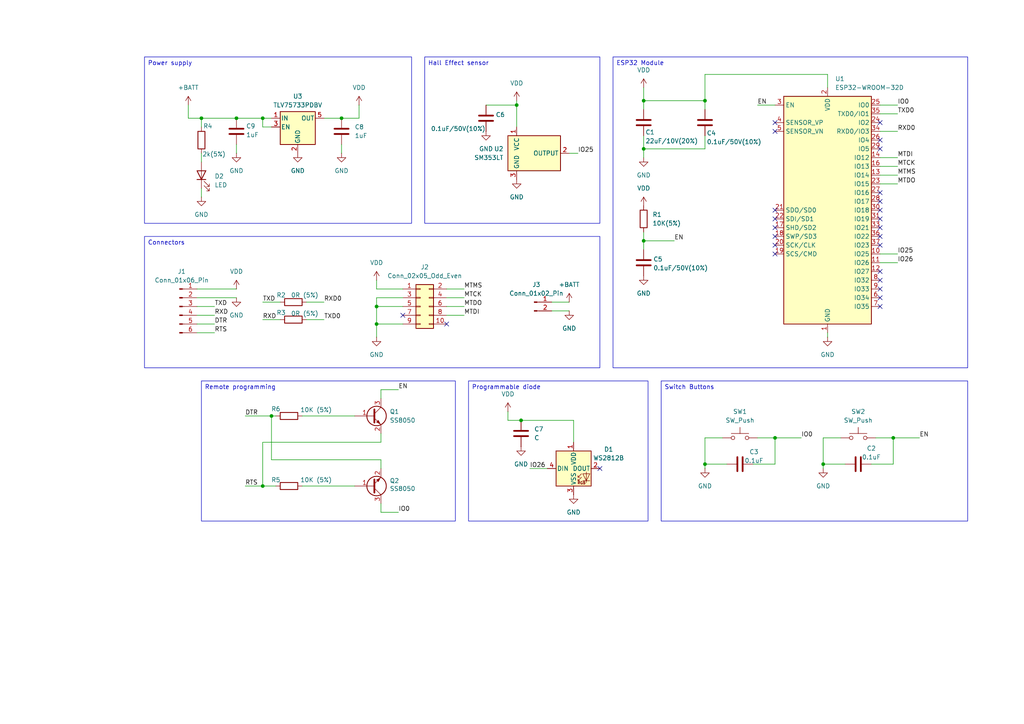
<source format=kicad_sch>
(kicad_sch (version 20231120) (generator "eeschema") (generator_version "8.0")
  (paper "A4")
  (lib_symbols
    (symbol "Connector:Conn_01x02_Pin" (pin_names (offset 1.016) hide)
      (property "Reference" "J" (at 0 2.54 0))
      (property "Value" "Conn_01x02_Pin" (at 0 -5.08 0))
      (symbol "Conn_01x02_Pin_1_1"
        (polyline (pts (xy 1.27 -2.54) (xy 0.8636 -2.54)) (stroke (width 0.1524)))
        (polyline (pts (xy 1.27 0) (xy 0.8636 0)) (stroke (width 0.1524)))
        (rectangle (start 0.8636 -2.413) (end 0 -2.667) (stroke (width 0.1524)) (fill (type outline)))
        (rectangle (start 0.8636 0.127) (end 0 -0.127) (stroke (width 0.1524)) (fill (type outline)))
        (pin passive line (at 5.08 0 180) (length 3.81) (name "Pin_1") (number "1"))
        (pin passive line (at 5.08 -2.54 180) (length 3.81) (name "Pin_2") (number "2"))
      )
    )
    (symbol "Connector:Conn_01x06_Pin" (pin_names (offset 1.016) hide)
      (property "Reference" "J" (at 0 7.62 0))
      (property "Value" "Conn_01x06_Pin" (at 0 -10.16 0))
      (symbol "Conn_01x06_Pin_1_1"
        (polyline (pts (xy 1.27 -7.62) (xy 0.8636 -7.62)) (stroke (width 0.1524)))
        (polyline (pts (xy 1.27 -5.08) (xy 0.8636 -5.08)) (stroke (width 0.1524)))
        (polyline (pts (xy 1.27 -2.54) (xy 0.8636 -2.54)) (stroke (width 0.1524)))
        (polyline (pts (xy 1.27 0) (xy 0.8636 0)) (stroke (width 0.1524)))
        (polyline (pts (xy 1.27 2.54) (xy 0.8636 2.54)) (stroke (width 0.1524)))
        (polyline (pts (xy 1.27 5.08) (xy 0.8636 5.08)) (stroke (width 0.1524)))
        (rectangle (start 0.8636 -7.493) (end 0 -7.747) (stroke (width 0.1524)) (fill (type outline)))
        (rectangle (start 0.8636 -4.953) (end 0 -5.207) (stroke (width 0.1524)) (fill (type outline)))
        (rectangle (start 0.8636 -2.413) (end 0 -2.667) (stroke (width 0.1524)) (fill (type outline)))
        (rectangle (start 0.8636 0.127) (end 0 -0.127) (stroke (width 0.1524)) (fill (type outline)))
        (rectangle (start 0.8636 2.667) (end 0 2.413) (stroke (width 0.1524)) (fill (type outline)))
        (rectangle (start 0.8636 5.207) (end 0 4.953) (stroke (width 0.1524)) (fill (type outline)))
        (pin passive line (at 5.08 5.08 180) (length 3.81) (name "Pin_1") (number "1"))
        (pin passive line (at 5.08 2.54 180) (length 3.81) (name "Pin_2") (number "2"))
        (pin passive line (at 5.08 0 180) (length 3.81) (name "Pin_3") (number "3"))
        (pin passive line (at 5.08 -2.54 180) (length 3.81) (name "Pin_4") (number "4"))
        (pin passive line (at 5.08 -5.08 180) (length 3.81) (name "Pin_5") (number "5"))
        (pin passive line (at 5.08 -7.62 180) (length 3.81) (name "Pin_6") (number "6"))
      )
    )
    (symbol "Connector_Generic:Conn_02x05_Odd_Even" (pin_names (offset 1.016) hide)
      (property "Reference" "J" (at 1.27 7.62 0))
      (property "Value" "Conn_02x05_Odd_Even" (at 1.27 -7.62 0))
      (symbol "Conn_02x05_Odd_Even_1_1"
        (rectangle (start -1.27 -4.953) (end 0 -5.207) (stroke (width 0.1524)))
        (rectangle (start -1.27 -2.413) (end 0 -2.667) (stroke (width 0.1524)))
        (rectangle (start -1.27 0.127) (end 0 -0.127) (stroke (width 0.1524)))
        (rectangle (start -1.27 2.667) (end 0 2.413) (stroke (width 0.1524)))
        (rectangle (start -1.27 5.207) (end 0 4.953) (stroke (width 0.1524)))
        (rectangle (start -1.27 6.35) (end 3.81 -6.35) (stroke (width 0.254)) (fill (type background)))
        (rectangle (start 3.81 -4.953) (end 2.54 -5.207) (stroke (width 0.1524)))
        (rectangle (start 3.81 -2.413) (end 2.54 -2.667) (stroke (width 0.1524)))
        (rectangle (start 3.81 0.127) (end 2.54 -0.127) (stroke (width 0.1524)))
        (rectangle (start 3.81 2.667) (end 2.54 2.413) (stroke (width 0.1524)))
        (rectangle (start 3.81 5.207) (end 2.54 4.953) (stroke (width 0.1524)))
        (pin passive line (at -5.08 5.08 0) (length 3.81) (name "Pin_1") (number "1"))
        (pin passive line (at 7.62 -5.08 180) (length 3.81) (name "Pin_10") (number "10"))
        (pin passive line (at 7.62 5.08 180) (length 3.81) (name "Pin_2") (number "2"))
        (pin passive line (at -5.08 2.54 0) (length 3.81) (name "Pin_3") (number "3"))
        (pin passive line (at 7.62 2.54 180) (length 3.81) (name "Pin_4") (number "4"))
        (pin passive line (at -5.08 0 0) (length 3.81) (name "Pin_5") (number "5"))
        (pin passive line (at 7.62 0 180) (length 3.81) (name "Pin_6") (number "6"))
        (pin passive line (at -5.08 -2.54 0) (length 3.81) (name "Pin_7") (number "7"))
        (pin passive line (at 7.62 -2.54 180) (length 3.81) (name "Pin_8") (number "8"))
        (pin passive line (at -5.08 -5.08 0) (length 3.81) (name "Pin_9") (number "9"))
      )
    )
    (symbol "Device:C" (pin_numbers hide) (pin_names (offset 0.254))
      (property "Reference" "C" (at 0.635 2.54 0))
      (property "Value" "C" (at 0.635 -2.54 0))
      (symbol "C_0_1"
        (polyline (pts (xy -2.032 -0.762) (xy 2.032 -0.762)) (stroke (width 0.508)))
        (polyline (pts (xy -2.032 0.762) (xy 2.032 0.762)) (stroke (width 0.508)))
      )
      (symbol "C_1_1"
        (pin passive line (at 0 3.81 270) (length 2.794) (name "~") (number "1"))
        (pin passive line (at 0 -3.81 90) (length 2.794) (name "~") (number "2"))
      )
    )
    (symbol "Device:LED" (pin_numbers hide) (pin_names (offset 1.016) hide)
      (property "Reference" "D" (at 0 2.54 0))
      (property "Value" "LED" (at 0 -2.54 0))
      (symbol "LED_0_1"
        (polyline (pts (xy -1.27 -1.27) (xy -1.27 1.27)) (stroke (width 0.254)))
        (polyline (pts (xy -1.27 0) (xy 1.27 0)))
        (polyline (pts (xy 1.27 -1.27) (xy 1.27 1.27) (xy -1.27 0) (xy 1.27 -1.27)) (stroke (width 0.254)))
        (polyline (pts (xy -3.048 -0.762) (xy -4.572 -2.286) (xy -3.81 -2.286) (xy -4.572 -2.286) (xy -4.572 -1.524)))
        (polyline (pts (xy -1.778 -0.762) (xy -3.302 -2.286) (xy -2.54 -2.286) (xy -3.302 -2.286) (xy -3.302 -1.524)))
      )
      (symbol "LED_1_1"
        (pin passive line (at -3.81 0 0) (length 2.54) (name "K") (number "1"))
        (pin passive line (at 3.81 0 180) (length 2.54) (name "A") (number "2"))
      )
    )
    (symbol "Device:R" (pin_numbers hide) (pin_names (offset 0))
      (property "Reference" "R" (at 2.032 0 90))
      (property "Value" "R" (at 0 0 90))
      (symbol "R_0_1"
        (rectangle (start -1.016 -2.54) (end 1.016 2.54) (stroke (width 0.254)))
      )
      (symbol "R_1_1"
        (pin passive line (at 0 3.81 270) (length 1.27) (name "~") (number "1"))
        (pin passive line (at 0 -3.81 90) (length 1.27) (name "~") (number "2"))
      )
    )
    (symbol "LED:WS2812B" (pin_names (offset 0.254))
      (property "Reference" "D" (at 5.08 5.715 0))
      (property "Value" "WS2812B" (at 1.27 -5.715 0))
      (symbol "WS2812B_0_0"
        (text "RGB" (at 2.286 -4.191 0) (effects (font (size 0.762 0.762))))
      )
      (symbol "WS2812B_0_1"
        (polyline (pts (xy 1.27 -3.556) (xy 1.778 -3.556)))
        (polyline (pts (xy 1.27 -2.54) (xy 1.778 -2.54)))
        (polyline (pts (xy 4.699 -3.556) (xy 2.667 -3.556)))
        (polyline (pts (xy 2.286 -2.54) (xy 1.27 -3.556) (xy 1.27 -3.048)))
        (polyline (pts (xy 2.286 -1.524) (xy 1.27 -2.54) (xy 1.27 -2.032)))
        (polyline (pts (xy 3.683 -1.016) (xy 3.683 -3.556) (xy 3.683 -4.064)))
        (polyline (pts (xy 4.699 -1.524) (xy 2.667 -1.524) (xy 3.683 -3.556) (xy 4.699 -1.524)))
        (rectangle (start 5.08 5.08) (end -5.08 -5.08) (stroke (width 0.254)) (fill (type background)))
      )
      (symbol "WS2812B_1_1"
        (pin power_in line (at 0 7.62 270) (length 2.54) (name "VDD") (number "1"))
        (pin output line (at 7.62 0 180) (length 2.54) (name "DOUT") (number "2"))
        (pin power_in line (at 0 -7.62 90) (length 2.54) (name "VSS") (number "3"))
        (pin input line (at -7.62 0 0) (length 2.54) (name "DIN") (number "4"))
      )
    )
    (symbol "RF_Module:ESP32-WROOM-32D"
      (property "Reference" "U" (at -12.7 34.29 0))
      (property "Value" "ESP32-WROOM-32D" (at 1.27 34.29 0))
      (symbol "ESP32-WROOM-32D_0_1"
        (rectangle (start -12.7 33.02) (end 12.7 -33.02) (stroke (width 0.254)) (fill (type background)))
      )
      (symbol "ESP32-WROOM-32D_1_1"
        (pin power_in line (at 0 -35.56 90) (length 2.54) (name "GND") (number "1"))
        (pin bidirectional line (at 15.24 -12.7 180) (length 2.54) (name "IO25") (number "10"))
        (pin bidirectional line (at 15.24 -15.24 180) (length 2.54) (name "IO26") (number "11"))
        (pin bidirectional line (at 15.24 -17.78 180) (length 2.54) (name "IO27") (number "12"))
        (pin bidirectional line (at 15.24 10.16 180) (length 2.54) (name "IO14") (number "13"))
        (pin bidirectional line (at 15.24 15.24 180) (length 2.54) (name "IO12") (number "14"))
        (pin passive line (at 0 -35.56 90) (length 2.54) hide (name "GND") (number "15"))
        (pin bidirectional line (at 15.24 12.7 180) (length 2.54) (name "IO13") (number "16"))
        (pin bidirectional line (at -15.24 -5.08 0) (length 2.54) (name "SHD/SD2") (number "17"))
        (pin bidirectional line (at -15.24 -7.62 0) (length 2.54) (name "SWP/SD3") (number "18"))
        (pin bidirectional line (at -15.24 -12.7 0) (length 2.54) (name "SCS/CMD") (number "19"))
        (pin power_in line (at 0 35.56 270) (length 2.54) (name "VDD") (number "2"))
        (pin bidirectional line (at -15.24 -10.16 0) (length 2.54) (name "SCK/CLK") (number "20"))
        (pin bidirectional line (at -15.24 0 0) (length 2.54) (name "SDO/SD0") (number "21"))
        (pin bidirectional line (at -15.24 -2.54 0) (length 2.54) (name "SDI/SD1") (number "22"))
        (pin bidirectional line (at 15.24 7.62 180) (length 2.54) (name "IO15") (number "23"))
        (pin bidirectional line (at 15.24 25.4 180) (length 2.54) (name "IO2") (number "24"))
        (pin bidirectional line (at 15.24 30.48 180) (length 2.54) (name "IO0") (number "25"))
        (pin bidirectional line (at 15.24 20.32 180) (length 2.54) (name "IO4") (number "26"))
        (pin bidirectional line (at 15.24 5.08 180) (length 2.54) (name "IO16") (number "27"))
        (pin bidirectional line (at 15.24 2.54 180) (length 2.54) (name "IO17") (number "28"))
        (pin bidirectional line (at 15.24 17.78 180) (length 2.54) (name "IO5") (number "29"))
        (pin input line (at -15.24 30.48 0) (length 2.54) (name "EN") (number "3"))
        (pin bidirectional line (at 15.24 0 180) (length 2.54) (name "IO18") (number "30"))
        (pin bidirectional line (at 15.24 -2.54 180) (length 2.54) (name "IO19") (number "31"))
        (pin no_connect line (at -12.7 -27.94 0) (length 2.54) hide (name "NC") (number "32"))
        (pin bidirectional line (at 15.24 -5.08 180) (length 2.54) (name "IO21") (number "33"))
        (pin bidirectional line (at 15.24 22.86 180) (length 2.54) (name "RXD0/IO3") (number "34"))
        (pin bidirectional line (at 15.24 27.94 180) (length 2.54) (name "TXD0/IO1") (number "35"))
        (pin bidirectional line (at 15.24 -7.62 180) (length 2.54) (name "IO22") (number "36"))
        (pin bidirectional line (at 15.24 -10.16 180) (length 2.54) (name "IO23") (number "37"))
        (pin passive line (at 0 -35.56 90) (length 2.54) hide (name "GND") (number "38"))
        (pin passive line (at 0 -35.56 90) (length 2.54) hide (name "GND") (number "39"))
        (pin input line (at -15.24 25.4 0) (length 2.54) (name "SENSOR_VP") (number "4"))
        (pin input line (at -15.24 22.86 0) (length 2.54) (name "SENSOR_VN") (number "5"))
        (pin input line (at 15.24 -25.4 180) (length 2.54) (name "IO34") (number "6"))
        (pin input line (at 15.24 -27.94 180) (length 2.54) (name "IO35") (number "7"))
        (pin bidirectional line (at 15.24 -20.32 180) (length 2.54) (name "IO32") (number "8"))
        (pin bidirectional line (at 15.24 -22.86 180) (length 2.54) (name "IO33") (number "9"))
      )
    )
    (symbol "Regulator_Linear:TLV75733PDBV" (pin_names (offset 0.254))
      (property "Reference" "U" (at -3.81 5.715 0))
      (property "Value" "TLV75733PDBV" (at 0 5.715 0))
      (symbol "TLV75733PDBV_0_1"
        (rectangle (start -5.08 4.445) (end 5.08 -5.08) (stroke (width 0.254)) (fill (type background)))
      )
      (symbol "TLV75733PDBV_1_1"
        (pin power_in line (at -7.62 2.54 0) (length 2.54) (name "IN") (number "1"))
        (pin power_in line (at 0 -7.62 90) (length 2.54) (name "GND") (number "2"))
        (pin input line (at -7.62 0 0) (length 2.54) (name "EN") (number "3"))
        (pin no_connect line (at 5.08 0 180) (length 2.54) hide (name "NC") (number "4"))
        (pin power_out line (at 7.62 2.54 180) (length 2.54) (name "OUT") (number "5"))
      )
    )
    (symbol "Sensor_Magnetic:SM353LT"
      (property "Reference" "U" (at 5.08 8.89 0))
      (property "Value" "SM353LT" (at 2.54 6.35 0))
      (symbol "SM353LT_0_1"
        (rectangle (start 7.62 5.08) (end -7.62 -5.08) (stroke (width 0.254)) (fill (type background)))
      )
      (symbol "SM353LT_1_1"
        (pin power_in line (at -5.08 7.62 270) (length 2.54) (name "VCC") (number "1"))
        (pin output line (at 10.16 0 180) (length 2.54) (name "OUTPUT") (number "2"))
        (pin power_in line (at -5.08 -7.62 90) (length 2.54) (name "GND") (number "3"))
      )
    )
    (symbol "Switch:SW_Push" (pin_numbers hide) (pin_names (offset 1.016) hide)
      (property "Reference" "SW" (at 1.27 2.54 0))
      (property "Value" "SW_Push" (at 0 -1.524 0))
      (symbol "SW_Push_0_1"
        (circle (center -2.032 0) (radius 0.508))
        (polyline (pts (xy 0 1.27) (xy 0 3.048)))
        (polyline (pts (xy 2.54 1.27) (xy -2.54 1.27)))
        (circle (center 2.032 0) (radius 0.508))
        (pin passive line (at -5.08 0 0) (length 2.54) (name "1") (number "1"))
        (pin passive line (at 5.08 0 180) (length 2.54) (name "2") (number "2"))
      )
    )
    (symbol "Transistor_BJT:SS8050" (pin_names (offset 0) hide)
      (property "Reference" "Q" (at 5.08 1.905 0))
      (property "Value" "SS8050" (at 5.08 0 0))
      (symbol "SS8050_0_1"
        (polyline (pts (xy 0.635 0.635) (xy 2.54 2.54)))
        (polyline (pts (xy 0.635 -0.635) (xy 2.54 -2.54) (xy 2.54 -2.54)))
        (polyline (pts (xy 0.635 1.905) (xy 0.635 -1.905) (xy 0.635 -1.905)) (stroke (width 0.508)))
        (polyline (pts (xy 1.27 -1.778) (xy 1.778 -1.27) (xy 2.286 -2.286) (xy 1.27 -1.778) (xy 1.27 -1.778)) (fill (type outline)))
        (circle (center 1.27 0) (radius 2.8194) (stroke (width 0.254)))
      )
      (symbol "SS8050_1_1"
        (pin input line (at -5.08 0 0) (length 5.715) (name "B") (number "1"))
        (pin passive line (at 2.54 -5.08 90) (length 2.54) (name "E") (number "2"))
        (pin passive line (at 2.54 5.08 270) (length 2.54) (name "C") (number "3"))
      )
    )
    (symbol "power:+BATT" (power) (pin_numbers hide) (pin_names (offset 0) hide)
      (property "Value" "+BATT" (at 0 3.556 0))
      (symbol "+BATT_0_1"
        (polyline (pts (xy -0.762 1.27) (xy 0 2.54)))
        (polyline (pts (xy 0 0) (xy 0 2.54)))
        (polyline (pts (xy 0 2.54) (xy 0.762 1.27)))
      )
      (symbol "+BATT_1_1"
        (pin power_in line (at 0 0 90) (length 0) (name "~") (number "1"))
      )
    )
    (symbol "power:GND" (power) (pin_numbers hide) (pin_names (offset 0) hide)
      (property "Value" "GND" (at 0 -3.81 0))
      (symbol "GND_0_1"
        (polyline (pts (xy 0 0) (xy 0 -1.27) (xy 1.27 -1.27) (xy 0 -2.54) (xy -1.27 -1.27) (xy 0 -1.27)))
      )
      (symbol "GND_1_1"
        (pin power_in line (at 0 0 270) (length 0) (name "~") (number "1"))
      )
    )
    (symbol "power:VDD" (power) (pin_numbers hide) (pin_names (offset 0) hide)
      (property "Value" "VDD" (at 0 3.556 0))
      (symbol "VDD_0_1"
        (polyline (pts (xy -0.762 1.27) (xy 0 2.54)))
        (polyline (pts (xy 0 0) (xy 0 2.54)))
        (polyline (pts (xy 0 2.54) (xy 0.762 1.27)))
      )
      (symbol "VDD_1_1"
        (pin power_in line (at 0 0 90) (length 0) (name "~") (number "1"))
      )
    )
  )
  (junction (at 68.58 34.29))
  (junction (at 149.86 30.48))
  (junction (at 109.22 88.9))
  (junction (at 99.06 34.29))
  (junction (at 58.42 34.29))
  (junction (at 76.2 140.97))
  (junction (at 186.69 69.85))
  (junction (at 78.74 120.65))
  (junction (at 204.47 134.62))
  (junction (at 224.79 127))
  (junction (at 151.13 121.92))
  (junction (at 76.2 34.29))
  (junction (at 259.08 127))
  (junction (at 204.47 29.21))
  (junction (at 186.69 43.18))
  (junction (at 109.22 93.98))
  (junction (at 186.69 29.21))
  (junction (at 238.76 134.62))
  (no_connect (at 255.27 63.5))
  (no_connect (at 173.99 135.89))
  (no_connect (at 255.27 66.04))
  (no_connect (at 255.27 43.18))
  (no_connect (at 224.79 60.96))
  (no_connect (at 255.27 86.36))
  (no_connect (at 255.27 55.88))
  (no_connect (at 255.27 60.96))
  (no_connect (at 255.27 35.56))
  (no_connect (at 224.79 68.58))
  (no_connect (at 224.79 73.66))
  (no_connect (at 255.27 40.64))
  (no_connect (at 224.79 35.56))
  (no_connect (at 224.79 71.12))
  (no_connect (at 224.79 66.04))
  (no_connect (at 116.84 91.44))
  (no_connect (at 129.54 93.98))
  (no_connect (at 255.27 81.28))
  (no_connect (at 224.79 38.1))
  (no_connect (at 255.27 83.82))
  (no_connect (at 255.27 68.58))
  (no_connect (at 255.27 88.9))
  (no_connect (at 255.27 71.12))
  (no_connect (at 255.27 78.74))
  (no_connect (at 255.27 58.42))
  (no_connect (at 224.79 63.5))
  (wire (pts (xy 54.61 34.29) (xy 58.42 34.29)))
  (wire (pts (xy 88.9 92.71) (xy 93.98 92.71)))
  (wire (pts (xy 224.79 127) (xy 232.41 127)))
  (wire (pts (xy 76.2 34.29) (xy 78.74 34.29)))
  (wire (pts (xy 110.49 115.57) (xy 110.49 113.03)))
  (wire (pts (xy 147.32 121.92) (xy 151.13 121.92)))
  (wire (pts (xy 160.02 87.63) (xy 165.1 87.63)))
  (wire (pts (xy 240.03 21.59) (xy 240.03 25.4)))
  (wire (pts (xy 259.08 134.62) (xy 259.08 127)))
  (wire (pts (xy 255.27 50.8) (xy 260.35 50.8)))
  (wire (pts (xy 88.9 87.63) (xy 93.98 87.63)))
  (wire (pts (xy 78.74 133.35) (xy 110.49 133.35)))
  (wire (pts (xy 224.79 127) (xy 224.79 134.62)))
  (wire (pts (xy 255.27 53.34) (xy 260.35 53.34)))
  (wire (pts (xy 186.69 69.85) (xy 195.58 69.85)))
  (wire (pts (xy 129.54 83.82) (xy 134.62 83.82)))
  (wire (pts (xy 204.47 134.62) (xy 204.47 127)))
  (wire (pts (xy 240.03 96.52) (xy 240.03 97.79)))
  (wire (pts (xy 129.54 86.36) (xy 134.62 86.36)))
  (wire (pts (xy 255.27 73.66) (xy 260.35 73.66)))
  (wire (pts (xy 160.02 90.17) (xy 165.1 90.17)))
  (wire (pts (xy 109.22 81.28) (xy 109.22 83.82)))
  (wire (pts (xy 255.27 33.02) (xy 260.35 33.02)))
  (wire (pts (xy 110.49 113.03) (xy 115.57 113.03)))
  (wire (pts (xy 68.58 34.29) (xy 76.2 34.29)))
  (wire (pts (xy 245.11 134.62) (xy 238.76 134.62)))
  (wire (pts (xy 110.49 148.59) (xy 115.57 148.59)))
  (wire (pts (xy 224.79 127) (xy 219.71 127)))
  (wire (pts (xy 129.54 88.9) (xy 134.62 88.9)))
  (wire (pts (xy 238.76 127) (xy 243.84 127)))
  (wire (pts (xy 57.15 83.82) (xy 68.58 83.82)))
  (wire (pts (xy 129.54 91.44) (xy 134.62 91.44)))
  (wire (pts (xy 78.74 120.65) (xy 80.01 120.65)))
  (wire (pts (xy 76.2 36.83) (xy 76.2 34.29)))
  (wire (pts (xy 54.61 30.48) (xy 54.61 34.29)))
  (wire (pts (xy 109.22 83.82) (xy 116.84 83.82)))
  (wire (pts (xy 57.15 93.98) (xy 62.23 93.98)))
  (wire (pts (xy 78.74 36.83) (xy 76.2 36.83)))
  (wire (pts (xy 210.82 134.62) (xy 204.47 134.62)))
  (wire (pts (xy 238.76 134.62) (xy 238.76 127)))
  (wire (pts (xy 186.69 39.37) (xy 186.69 43.18)))
  (wire (pts (xy 93.98 34.29) (xy 99.06 34.29)))
  (wire (pts (xy 259.08 127) (xy 266.7 127)))
  (wire (pts (xy 109.22 88.9) (xy 116.84 88.9)))
  (wire (pts (xy 57.15 91.44) (xy 62.23 91.44)))
  (wire (pts (xy 109.22 93.98) (xy 109.22 97.79)))
  (wire (pts (xy 255.27 30.48) (xy 260.35 30.48)))
  (wire (pts (xy 57.15 86.36) (xy 68.58 86.36)))
  (wire (pts (xy 255.27 45.72) (xy 260.35 45.72)))
  (wire (pts (xy 219.71 30.48) (xy 224.79 30.48)))
  (wire (pts (xy 204.47 21.59) (xy 240.03 21.59)))
  (wire (pts (xy 116.84 86.36) (xy 109.22 86.36)))
  (wire (pts (xy 58.42 44.45) (xy 58.42 46.99)))
  (wire (pts (xy 109.22 88.9) (xy 109.22 93.98)))
  (wire (pts (xy 255.27 38.1) (xy 260.35 38.1)))
  (wire (pts (xy 57.15 96.52) (xy 62.23 96.52)))
  (wire (pts (xy 76.2 92.71) (xy 81.28 92.71)))
  (wire (pts (xy 204.47 43.18) (xy 186.69 43.18)))
  (wire (pts (xy 147.32 119.38) (xy 147.32 121.92)))
  (wire (pts (xy 104.14 34.29) (xy 99.06 34.29)))
  (wire (pts (xy 110.49 125.73) (xy 110.49 128.27)))
  (wire (pts (xy 58.42 34.29) (xy 68.58 34.29)))
  (wire (pts (xy 58.42 36.83) (xy 58.42 34.29)))
  (wire (pts (xy 104.14 34.29) (xy 104.14 30.48)))
  (wire (pts (xy 204.47 127) (xy 209.55 127)))
  (wire (pts (xy 186.69 67.31) (xy 186.69 69.85)))
  (wire (pts (xy 76.2 128.27) (xy 110.49 128.27)))
  (wire (pts (xy 76.2 87.63) (xy 81.28 87.63)))
  (wire (pts (xy 68.58 44.45) (xy 68.58 41.91)))
  (wire (pts (xy 204.47 134.62) (xy 204.47 135.89)))
  (wire (pts (xy 87.63 120.65) (xy 102.87 120.65)))
  (wire (pts (xy 166.37 128.27) (xy 166.37 121.92)))
  (wire (pts (xy 204.47 29.21) (xy 204.47 31.75)))
  (wire (pts (xy 110.49 135.89) (xy 110.49 133.35)))
  (wire (pts (xy 252.73 134.62) (xy 259.08 134.62)))
  (wire (pts (xy 204.47 21.59) (xy 204.47 29.21)))
  (wire (pts (xy 110.49 146.05) (xy 110.49 148.59)))
  (wire (pts (xy 255.27 76.2) (xy 260.35 76.2)))
  (wire (pts (xy 224.79 134.62) (xy 218.44 134.62)))
  (wire (pts (xy 76.2 140.97) (xy 80.01 140.97)))
  (wire (pts (xy 186.69 69.85) (xy 186.69 72.39)))
  (wire (pts (xy 149.86 29.21) (xy 149.86 30.48)))
  (wire (pts (xy 99.06 44.45) (xy 99.06 41.91)))
  (wire (pts (xy 71.12 120.65) (xy 78.74 120.65)))
  (wire (pts (xy 71.12 140.97) (xy 76.2 140.97)))
  (wire (pts (xy 109.22 93.98) (xy 116.84 93.98)))
  (wire (pts (xy 151.13 121.92) (xy 166.37 121.92)))
  (wire (pts (xy 165.1 44.45) (xy 167.64 44.45)))
  (wire (pts (xy 259.08 127) (xy 254 127)))
  (wire (pts (xy 255.27 48.26) (xy 260.35 48.26)))
  (wire (pts (xy 204.47 39.37) (xy 204.47 43.18)))
  (wire (pts (xy 186.69 43.18) (xy 186.69 45.72)))
  (wire (pts (xy 238.76 134.62) (xy 238.76 135.89)))
  (wire (pts (xy 109.22 86.36) (xy 109.22 88.9)))
  (wire (pts (xy 76.2 128.27) (xy 76.2 140.97)))
  (wire (pts (xy 153.67 135.89) (xy 158.75 135.89)))
  (wire (pts (xy 87.63 140.97) (xy 102.87 140.97)))
  (wire (pts (xy 186.69 29.21) (xy 186.69 31.75)))
  (wire (pts (xy 78.74 120.65) (xy 78.74 133.35)))
  (wire (pts (xy 140.97 30.48) (xy 149.86 30.48)))
  (wire (pts (xy 58.42 54.61) (xy 58.42 57.15)))
  (wire (pts (xy 149.86 30.48) (xy 149.86 36.83)))
  (wire (pts (xy 57.15 88.9) (xy 62.23 88.9)))
  (wire (pts (xy 186.69 25.4) (xy 186.69 29.21)))
  (wire (pts (xy 186.69 29.21) (xy 204.47 29.21)))
  (text_box "ESP32 Module" (at 177.8 16.51 0) (size 102.87 90.17) (effects (font (size 1.27 1.27)) (justify left top)))
  (text_box "Connectors" (at 41.91 68.58 0) (size 132.08 38.1) (effects (font (size 1.27 1.27)) (justify left top)))
  (text_box "Programmable diode" (at 135.89 110.49 0) (size 52.07 40.64) (effects (font (size 1.27 1.27)) (justify left top)))
  (text_box "Remote programming" (at 58.42 110.49 0) (size 73.66 40.64) (effects (font (size 1.27 1.27)) (justify left top)))
  (text_box "Switch Buttons" (at 191.77 110.49 0) (size 88.9 40.64) (effects (font (size 1.27 1.27)) (justify left top)))
  (text_box "Hall Effect sensor" (at 123.19 16.51 0) (size 50.8 48.26) (effects (font (size 1.27 1.27)) (justify left top)))
  (text_box "Power supply" (at 41.91 16.51 0) (size 77.47 48.26) (effects (font (size 1.27 1.27)) (justify left top)))
  (label "IO0" (at 115.57 148.59 0))
  (label "IO26" (at 260.35 76.2 0))
  (label "DTR" (at 71.12 120.65 0))
  (label "TXD0" (at 93.98 92.71 0))
  (label "MTCK" (at 134.62 86.36 0))
  (label "EN" (at 195.58 69.85 0))
  (label "MTCK" (at 260.35 48.26 0))
  (label "RXD0" (at 260.35 38.1 0))
  (label "IO0" (at 260.35 30.48 0))
  (label "EN" (at 266.7 127 0))
  (label "DTR" (at 62.23 93.98 0))
  (label "MTDI" (at 134.62 91.44 0))
  (label "RXD0" (at 93.98 87.63 0))
  (label "MTMS" (at 260.35 50.8 0))
  (label "MTDI" (at 260.35 45.72 0))
  (label "TXD" (at 62.23 88.9 0))
  (label "IO0" (at 232.41 127 0))
  (label "MTDO" (at 134.62 88.9 0))
  (label "RXD" (at 76.2 92.71 0))
  (label "IO26" (at 153.67 135.89 0))
  (label "RXD" (at 62.23 91.44 0))
  (label "EN" (at 115.57 113.03 0))
  (label "TXD0" (at 260.35 33.02 0))
  (label "RTS" (at 62.23 96.52 0))
  (label "IO25" (at 260.35 73.66 0))
  (label "IO25" (at 167.64 44.45 0))
  (label "EN" (at 219.71 30.48 0))
  (label "RTS" (at 71.12 140.97 0))
  (label "MTDO" (at 260.35 53.34 0))
  (label "TXD" (at 76.2 87.63 0))
  (label "MTMS" (at 134.62 83.82 0))
  (symbol (lib_id "Sensor_Magnetic:SM353LT") (at 154.94 44.45 0) (unit 1)
    (property "Reference" "U2" (at 146.05 43.1799 0) (effects (justify right)))
    (property "Value" "SM353LT" (at 146.05 45.7199 0) (effects (justify right)))
    (property "Footprint" "Package_TO_SOT_SMD:SOT-23" (effects (hide yes)))
    (property "Datasheet" "https://sensing.honeywell.com/honeywell-sensing-nanopower-series-product-sheet-50095501-a-en.pdf" (effects (hide yes)))
    (property "Description" "Hall Effect Switch, SOT-23" (effects (hide yes)))
  )
  (symbol (lib_id "Device:C") (at 140.97 34.29 0) (unit 1)
    (property "Reference" "C6" (at 143.764 33.274 0) (effects (justify left)))
    (property "Value" "0.1uF/50V(10%)" (at 124.968 37.338 0) (effects (justify left)))
    (property "Footprint" "Capacitor_SMD:C_0603_1608Metric" (effects (hide yes)))
    (property "Description" "Unpolarized capacitor" (effects (hide yes)))
  )
  (symbol (lib_id "power:VDD") (at 186.69 59.69 0) (unit 1)
    (property "Reference" "#PWR06" (effects (hide yes)))
    (property "Value" "VDD" (at 186.69 54.61 0))
    (property "Description" "Power symbol creates a global label with name \"VDD\"" (effects (hide yes)))
  )
  (symbol (lib_id "power:GND") (at 58.42 57.15 0) (unit 1)
    (property "Reference" "#PWR025" (effects (hide yes)))
    (property "Value" "GND" (at 58.42 62.23 0))
    (property "Description" "Power symbol creates a global label with name \"GND\" , ground" (effects (hide yes)))
  )
  (symbol (lib_id "power:GND") (at 68.58 86.36 0) (unit 1)
    (property "Reference" "#PWR016" (effects (hide yes)))
    (property "Value" "GND" (at 68.58 91.44 0))
    (property "Description" "Power symbol creates a global label with name \"GND\" , ground" (effects (hide yes)))
  )
  (symbol (lib_id "Transistor_BJT:SS8050") (at 107.95 120.65 0) (unit 1)
    (property "Reference" "Q1" (at 113.03 119.3799 0) (effects (justify left)))
    (property "Value" "SS8050" (at 113.03 121.9199 0) (effects (justify left)))
    (property "Footprint" "Package_TO_SOT_SMD:SOT-23" (effects (hide yes)))
    (property "Datasheet" "http://www.secosgmbh.com/datasheet/products/SSMPTransistor/SOT-23/SS8050.pdf" (effects (hide yes)))
    (property "Description" "General Purpose NPN Transistor, 1.5A Ic, 25V Vce, SOT-23" (effects (hide yes)))
  )
  (symbol (lib_id "Device:LED") (at 58.42 50.8 90) (unit 1)
    (property "Reference" "D2" (at 62.23 51.1174 90) (effects (justify right)))
    (property "Value" "LED" (at 62.23 53.6574 90) (effects (justify right)))
    (property "Footprint" "LED_SMD:LED_0201_0603Metric" (effects (hide yes)))
    (property "Description" "Light emitting diode" (effects (hide yes)))
  )
  (symbol (lib_id "Connector:Conn_01x02_Pin") (at 154.94 87.63 0) (unit 1)
    (property "Reference" "J3" (at 155.575 82.55 0))
    (property "Value" "Conn_01x02_Pin" (at 155.575 85.09 0))
    (property "Footprint" "Connector_PinHeader_2.54mm:PinHeader_1x02_P2.54mm_Vertical" (effects (hide yes)))
    (property "Description" "Generic connector, single row, 01x02, script generated" (effects (hide yes)))
  )
  (symbol (lib_id "power:VDD") (at 104.14 30.48 0) (unit 1)
    (property "Reference" "#PWR021" (effects (hide yes)))
    (property "Value" "VDD" (at 104.14 25.4 0))
    (property "Description" "Power symbol creates a global label with name \"VDD\"" (effects (hide yes)))
  )
  (symbol (lib_id "power:VDD") (at 149.86 29.21 0) (unit 1)
    (property "Reference" "#PWR010" (effects (hide yes)))
    (property "Value" "VDD" (at 149.86 24.13 0))
    (property "Description" "Power symbol creates a global label with name \"VDD\"" (effects (hide yes)))
  )
  (symbol (lib_id "power:GND") (at 186.69 80.01 0) (unit 1)
    (property "Reference" "#PWR07" (effects (hide yes)))
    (property "Value" "GND" (at 186.69 85.09 0))
    (property "Description" "Power symbol creates a global label with name \"GND\" , ground" (effects (hide yes)))
  )
  (symbol (lib_id "Device:R") (at 58.42 40.64 0) (unit 1)
    (property "Reference" "R4" (at 58.928 36.576 0) (effects (justify left)))
    (property "Value" "2k(5%)" (at 58.674 44.704 0) (effects (justify left)))
    (property "Footprint" "Resistor_SMD:R_0603_1608Metric" (effects (hide yes)))
    (property "Description" "Resistor" (effects (hide yes)))
  )
  (symbol (lib_id "power:GND") (at 86.36 44.45 0) (unit 1)
    (property "Reference" "#PWR023" (effects (hide yes)))
    (property "Value" "GND" (at 86.36 49.53 0))
    (property "Description" "Power symbol creates a global label with name \"GND\" , ground" (effects (hide yes)))
  )
  (symbol (lib_id "power:GND") (at 238.76 135.89 0) (unit 1)
    (property "Reference" "#PWR02" (effects (hide yes)))
    (property "Value" "GND" (at 238.76 140.97 0))
    (property "Description" "Power symbol creates a global label with name \"GND\" , ground" (effects (hide yes)))
  )
  (symbol (lib_id "power:GND") (at 99.06 44.45 0) (unit 1)
    (property "Reference" "#PWR022" (effects (hide yes)))
    (property "Value" "GND" (at 99.06 49.53 0))
    (property "Description" "Power symbol creates a global label with name \"GND\" , ground" (effects (hide yes)))
  )
  (symbol (lib_id "power:GND") (at 240.03 97.79 0) (unit 1)
    (property "Reference" "#PWR03" (effects (hide yes)))
    (property "Value" "GND" (at 240.03 102.87 0))
    (property "Description" "Power symbol creates a global label with name \"GND\" , ground" (effects (hide yes)))
  )
  (symbol (lib_id "Connector:Conn_01x06_Pin") (at 52.07 88.9 0) (unit 1)
    (property "Reference" "J1" (at 52.705 78.74 0))
    (property "Value" "Conn_01x06_Pin" (at 52.705 81.28 0))
    (property "Footprint" "Connector_PinHeader_2.54mm:PinHeader_1x06_P2.54mm_Vertical" (effects (hide yes)))
    (property "Description" "Generic connector, single row, 01x06, script generated" (effects (hide yes)))
  )
  (symbol (lib_id "power:VDD") (at 68.58 83.82 0) (unit 1)
    (property "Reference" "#PWR015" (effects (hide yes)))
    (property "Value" "VDD" (at 68.58 78.74 0))
    (property "Description" "Power symbol creates a global label with name \"VDD\"" (effects (hide yes)))
  )
  (symbol (lib_id "power:GND") (at 204.47 135.89 0) (unit 1)
    (property "Reference" "#PWR01" (effects (hide yes)))
    (property "Value" "GND" (at 204.47 140.97 0))
    (property "Description" "Power symbol creates a global label with name \"GND\" , ground" (effects (hide yes)))
  )
  (symbol (lib_id "power:+BATT") (at 165.1 87.63 0) (unit 1)
    (property "Reference" "#PWR018" (effects (hide yes)))
    (property "Value" "+BATT" (at 165.1 82.55 0))
    (property "Description" "Power symbol creates a global label with name \"+BATT\"" (effects (hide yes)))
  )
  (symbol (lib_id "Connector_Generic:Conn_02x05_Odd_Even") (at 121.92 88.9 0) (unit 1)
    (property "Reference" "J2" (at 123.19 77.47 0))
    (property "Value" "Conn_02x05_Odd_Even" (at 123.19 80.01 0))
    (property "Footprint" "Connector_PinHeader_2.54mm:PinHeader_2x05_P2.54mm_Vertical" (effects (hide yes)))
    (property "Description" "Generic connector, double row, 02x05, odd/even pin numbering scheme (row 1 odd numbers, row 2 even numbers), script generated (kicad-library-utils/schlib/autogen/connector/)" (effects (hide yes)))
  )
  (symbol (lib_id "Device:C") (at 248.92 134.62 90) (unit 1)
    (property "Reference" "C2" (at 252.73 130.048 90))
    (property "Value" "0.1uF" (at 252.73 132.588 90))
    (property "Footprint" "Capacitor_SMD:C_0603_1608Metric" (effects (hide yes)))
    (property "Description" "Unpolarized capacitor" (effects (hide yes)))
  )
  (symbol (lib_id "Device:C") (at 68.58 38.1 0) (unit 1)
    (property "Reference" "C9" (at 71.374 36.576 0) (effects (justify left)))
    (property "Value" "1uF" (at 71.374 39.116 0) (effects (justify left)))
    (property "Footprint" "Capacitor_SMD:C_0603_1608Metric" (effects (hide yes)))
    (property "Description" "Unpolarized capacitor" (effects (hide yes)))
  )
  (symbol (lib_id "power:GND") (at 151.13 129.54 0) (unit 1)
    (property "Reference" "#PWR014" (effects (hide yes)))
    (property "Value" "GND" (at 151.13 134.62 0))
    (property "Description" "Power symbol creates a global label with name \"GND\" , ground" (effects (hide yes)))
  )
  (symbol (lib_id "power:GND") (at 149.86 52.07 0) (unit 1)
    (property "Reference" "#PWR08" (effects (hide yes)))
    (property "Value" "GND" (at 149.86 57.15 0))
    (property "Description" "Power symbol creates a global label with name \"GND\" , ground" (effects (hide yes)))
  )
  (symbol (lib_id "power:GND") (at 68.58 44.45 0) (unit 1)
    (property "Reference" "#PWR024" (effects (hide yes)))
    (property "Value" "GND" (at 68.58 49.53 0))
    (property "Description" "Power symbol creates a global label with name \"GND\" , ground" (effects (hide yes)))
  )
  (symbol (lib_id "power:GND") (at 165.1 90.17 0) (unit 1)
    (property "Reference" "#PWR017" (effects (hide yes)))
    (property "Value" "GND" (at 165.1 95.25 0))
    (property "Description" "Power symbol creates a global label with name \"GND\" , ground" (effects (hide yes)))
  )
  (symbol (lib_id "RF_Module:ESP32-WROOM-32D") (at 240.03 60.96 0) (unit 1)
    (property "Reference" "U1" (at 242.2241 22.86 0) (effects (justify left)))
    (property "Value" "ESP32-WROOM-32D" (at 242.2241 25.4 0) (effects (justify left)))
    (property "Footprint" "RF_Module:ESP32-WROOM-32D" (effects (hide yes)))
    (property "Datasheet" "https://www.espressif.com/sites/default/files/documentation/esp32-wroom-32d_esp32-wroom-32u_datasheet_en.pdf" (effects (hide yes)))
    (property "Description" "RF Module, ESP32-D0WD SoC, Wi-Fi 802.11b/g/n, Bluetooth, BLE, 32-bit, 2.7-3.6V, onboard antenna, SMD" (effects (hide yes)))
  )
  (symbol (lib_id "power:GND") (at 186.69 45.72 0) (unit 1)
    (property "Reference" "#PWR04" (effects (hide yes)))
    (property "Value" "GND" (at 186.69 50.8 0))
    (property "Description" "Power symbol creates a global label with name \"GND\" , ground" (effects (hide yes)))
  )
  (symbol (lib_id "power:GND") (at 109.22 97.79 0) (unit 1)
    (property "Reference" "#PWR020" (effects (hide yes)))
    (property "Value" "GND" (at 109.22 102.87 0))
    (property "Description" "Power symbol creates a global label with name \"GND\" , ground" (effects (hide yes)))
  )
  (symbol (lib_id "power:GND") (at 140.97 38.1 0) (unit 1)
    (property "Reference" "#PWR09" (effects (hide yes)))
    (property "Value" "GND" (at 140.97 43.18 0))
    (property "Description" "Power symbol creates a global label with name \"GND\" , ground" (effects (hide yes)))
  )
  (symbol (lib_id "Device:C") (at 204.47 35.56 0) (unit 1)
    (property "Reference" "C4" (at 204.978 38.608 0) (effects (justify left)))
    (property "Value" "0.1uF/50V(10%)" (at 204.978 41.148 0) (effects (justify left)))
    (property "Footprint" "Capacitor_SMD:C_0603_1608Metric" (effects (hide yes)))
    (property "Description" "Unpolarized capacitor" (effects (hide yes)))
  )
  (symbol (lib_id "Switch:SW_Push") (at 214.63 127 0) (unit 1)
    (property "Reference" "SW1" (at 214.63 119.38 0))
    (property "Value" "SW_Push" (at 214.63 121.92 0))
    (property "Footprint" "Button_Switch_SMD:SW_Tactile_SPST_NO_Straight_CK_PTS636Sx25SMTRLFS" (effects (hide yes)))
    (property "Description" "Push button switch, generic, two pins" (effects (hide yes)))
  )
  (symbol (lib_id "Device:C") (at 99.06 38.1 0) (unit 1)
    (property "Reference" "C8" (at 102.87 36.8299 0) (effects (justify left)))
    (property "Value" "1uF" (at 102.87 39.3699 0) (effects (justify left)))
    (property "Footprint" "Capacitor_SMD:C_0603_1608Metric" (effects (hide yes)))
    (property "Description" "Unpolarized capacitor" (effects (hide yes)))
  )
  (symbol (lib_id "power:+BATT") (at 54.61 30.48 0) (unit 1)
    (property "Reference" "#PWR011" (effects (hide yes)))
    (property "Value" "+BATT" (at 54.61 25.4 0))
    (property "Description" "Power symbol creates a global label with name \"+BATT\"" (effects (hide yes)))
  )
  (symbol (lib_id "Device:R") (at 85.09 92.71 90) (unit 1)
    (property "Reference" "R3" (at 81.534 90.678 90))
    (property "Value" "0R (5%)" (at 88.392 90.932 90))
    (property "Footprint" "Resistor_SMD:R_0603_1608Metric" (effects (hide yes)))
    (property "Description" "Resistor" (effects (hide yes)))
  )
  (symbol (lib_id "Regulator_Linear:TLV75733PDBV") (at 86.36 36.83 0) (unit 1)
    (property "Reference" "U3" (at 86.36 27.94 0))
    (property "Value" "TLV75733PDBV" (at 86.36 30.48 0))
    (property "Footprint" "Package_TO_SOT_SMD:SOT-23-5" (effects (hide yes)))
    (property "Datasheet" "https://www.ti.com/lit/ds/symlink/tlv757p.pdf" (effects (hide yes)))
    (property "Description" "1A Low IQ Small Size Low Dropout Voltage Regulator, Fixed Output 3.3V, SOT-23-5" (effects (hide yes)))
  )
  (symbol (lib_id "power:VDD") (at 186.69 25.4 0) (unit 1)
    (property "Reference" "#PWR05" (effects (hide yes)))
    (property "Value" "VDD" (at 186.69 20.32 0))
    (property "Description" "Power symbol creates a global label with name \"VDD\"" (effects (hide yes)))
  )
  (symbol (lib_id "Device:C") (at 151.13 125.73 0) (unit 1)
    (property "Reference" "C7" (at 154.94 124.4599 0) (effects (justify left)))
    (property "Value" "C" (at 154.94 126.9999 0) (effects (justify left)))
    (property "Footprint" "Capacitor_SMD:C_0603_1608Metric" (effects (hide yes)))
    (property "Description" "Unpolarized capacitor" (effects (hide yes)))
  )
  (symbol (lib_id "power:GND") (at 166.37 143.51 0) (unit 1)
    (property "Reference" "#PWR013" (effects (hide yes)))
    (property "Value" "GND" (at 166.37 148.59 0))
    (property "Description" "Power symbol creates a global label with name \"GND\" , ground" (effects (hide yes)))
  )
  (symbol (lib_id "Transistor_BJT:SS8050") (at 107.95 140.97 0) (mirror x) (unit 1)
    (property "Reference" "Q2" (at 113.03 139.446 0) (effects (justify left)))
    (property "Value" "SS8050" (at 113.03 141.732 0) (effects (justify left)))
    (property "Footprint" "Package_TO_SOT_SMD:SOT-23" (effects (hide yes)))
    (property "Datasheet" "http://www.secosgmbh.com/datasheet/products/SSMPTransistor/SOT-23/SS8050.pdf" (effects (hide yes)))
    (property "Description" "General Purpose NPN Transistor, 1.5A Ic, 25V Vce, SOT-23" (effects (hide yes)))
  )
  (symbol (lib_id "Device:R") (at 85.09 87.63 90) (unit 1)
    (property "Reference" "R2" (at 81.534 85.598 90))
    (property "Value" "0R (5%)" (at 88.392 85.598 90))
    (property "Footprint" "Resistor_SMD:R_0603_1608Metric" (effects (hide yes)))
    (property "Description" "Resistor" (effects (hide yes)))
  )
  (symbol (lib_id "Device:R") (at 186.69 63.5 0) (unit 1)
    (property "Reference" "R1" (at 189.23 62.2299 0) (effects (justify left)))
    (property "Value" "10K(5%)" (at 189.23 64.7699 0) (effects (justify left)))
    (property "Footprint" "Resistor_SMD:R_0603_1608Metric" (effects (hide yes)))
    (property "Description" "Resistor" (effects (hide yes)))
  )
  (symbol (lib_id "power:VDD") (at 147.32 119.38 0) (unit 1)
    (property "Reference" "#PWR012" (effects (hide yes)))
    (property "Value" "VDD" (at 147.32 114.3 0))
    (property "Description" "Power symbol creates a global label with name \"VDD\"" (effects (hide yes)))
  )
  (symbol (lib_id "power:VDD") (at 109.22 81.28 0) (unit 1)
    (property "Reference" "#PWR019" (effects (hide yes)))
    (property "Value" "VDD" (at 109.22 76.2 0))
    (property "Description" "Power symbol creates a global label with name \"VDD\"" (effects (hide yes)))
  )
  (symbol (lib_id "LED:WS2812B") (at 166.37 135.89 0) (unit 1)
    (property "Reference" "D1" (at 176.53 130.3334 0))
    (property "Value" "WS2812B" (at 176.53 132.842 0))
    (property "Footprint" "LED_SMD:LED_WS2812B_PLCC4_5.0x5.0mm_P3.2mm" (effects (hide yes)))
    (property "Datasheet" "https://cdn-shop.adafruit.com/datasheets/WS2812B.pdf" (effects (hide yes)))
    (property "Description" "RGB LED with integrated controller" (effects (hide yes)))
  )
  (symbol (lib_id "Device:R") (at 83.82 140.97 90) (unit 1)
    (property "Reference" "R5" (at 80.01 139.192 90))
    (property "Value" "10K (5%)" (at 91.694 139.192 90))
    (property "Footprint" "Resistor_SMD:R_0603_1608Metric" (effects (hide yes)))
    (property "Description" "Resistor" (effects (hide yes)))
  )
  (symbol (lib_id "Device:C") (at 186.69 76.2 0) (unit 1)
    (property "Reference" "C5" (at 189.484 75.184 0) (effects (justify left)))
    (property "Value" "0.1uF/50V(10%)" (at 189.484 77.724 0) (effects (justify left)))
    (property "Footprint" "Capacitor_SMD:C_0603_1608Metric" (effects (hide yes)))
    (property "Description" "Unpolarized capacitor" (effects (hide yes)))
  )
  (symbol (lib_id "Device:C") (at 186.69 35.56 0) (unit 1)
    (property "Reference" "C1" (at 187.198 38.354 0) (effects (justify left)))
    (property "Value" "22uF/10V(20%)" (at 187.198 40.894 0) (effects (justify left)))
    (property "Footprint" "Capacitor_SMD:C_0603_1608Metric" (effects (hide yes)))
    (property "Description" "Unpolarized capacitor" (effects (hide yes)))
  )
  (symbol (lib_id "Device:C") (at 214.63 134.62 90) (unit 1)
    (property "Reference" "C3" (at 218.694 131.064 90))
    (property "Value" "0.1uF" (at 218.694 133.604 90))
    (property "Footprint" "Capacitor_SMD:C_0603_1608Metric" (effects (hide yes)))
    (property "Description" "Unpolarized capacitor" (effects (hide yes)))
  )
  (symbol (lib_id "Switch:SW_Push") (at 248.92 127 0) (unit 1)
    (property "Reference" "SW2" (at 248.92 119.38 0))
    (property "Value" "SW_Push" (at 248.92 121.92 0))
    (property "Footprint" "Button_Switch_SMD:SW_Tactile_SPST_NO_Straight_CK_PTS636Sx25SMTRLFS" (effects (hide yes)))
    (property "Description" "Push button switch, generic, two pins" (effects (hide yes)))
  )
  (symbol (lib_id "Device:R") (at 83.82 120.65 90) (unit 1)
    (property "Reference" "R6" (at 80.01 118.618 90))
    (property "Value" "10K (5%)" (at 91.694 118.872 90))
    (property "Footprint" "Resistor_SMD:R_0603_1608Metric" (effects (hide yes)))
    (property "Description" "Resistor" (effects (hide yes)))
  )
)
</source>
